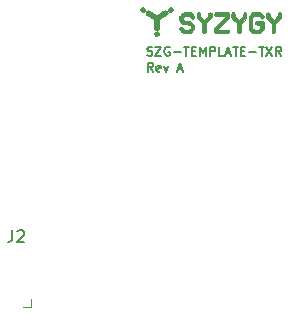
<source format=gbr>
%TF.GenerationSoftware,KiCad,Pcbnew,(5.1.9)-1*%
%TF.CreationDate,2021-04-06T13:05:03-07:00*%
%TF.ProjectId,SZG-TEMPLATE-TXR,535a472d-5445-44d5-904c-4154452d5458,A*%
%TF.SameCoordinates,Original*%
%TF.FileFunction,Legend,Top*%
%TF.FilePolarity,Positive*%
%FSLAX46Y46*%
G04 Gerber Fmt 4.6, Leading zero omitted, Abs format (unit mm)*
G04 Created by KiCad (PCBNEW (5.1.9)-1) date 2021-04-06 13:05:03*
%MOMM*%
%LPD*%
G01*
G04 APERTURE LIST*
%ADD10C,0.190500*%
%ADD11C,0.120000*%
%ADD12C,0.010000*%
%ADD13C,0.150000*%
G04 APERTURE END LIST*
D10*
X136551967Y-65017878D02*
X136660825Y-65054164D01*
X136842253Y-65054164D01*
X136914825Y-65017878D01*
X136951110Y-64981592D01*
X136987396Y-64909021D01*
X136987396Y-64836450D01*
X136951110Y-64763878D01*
X136914825Y-64727592D01*
X136842253Y-64691307D01*
X136697110Y-64655021D01*
X136624539Y-64618735D01*
X136588253Y-64582450D01*
X136551967Y-64509878D01*
X136551967Y-64437307D01*
X136588253Y-64364735D01*
X136624539Y-64328450D01*
X136697110Y-64292164D01*
X136878539Y-64292164D01*
X136987396Y-64328450D01*
X137241396Y-64292164D02*
X137749396Y-64292164D01*
X137241396Y-65054164D01*
X137749396Y-65054164D01*
X138438825Y-64328450D02*
X138366253Y-64292164D01*
X138257396Y-64292164D01*
X138148539Y-64328450D01*
X138075967Y-64401021D01*
X138039682Y-64473592D01*
X138003396Y-64618735D01*
X138003396Y-64727592D01*
X138039682Y-64872735D01*
X138075967Y-64945307D01*
X138148539Y-65017878D01*
X138257396Y-65054164D01*
X138329967Y-65054164D01*
X138438825Y-65017878D01*
X138475110Y-64981592D01*
X138475110Y-64727592D01*
X138329967Y-64727592D01*
X138801682Y-64763878D02*
X139382253Y-64763878D01*
X139636253Y-64292164D02*
X140071682Y-64292164D01*
X139853967Y-65054164D02*
X139853967Y-64292164D01*
X140325682Y-64655021D02*
X140579682Y-64655021D01*
X140688539Y-65054164D02*
X140325682Y-65054164D01*
X140325682Y-64292164D01*
X140688539Y-64292164D01*
X141015110Y-65054164D02*
X141015110Y-64292164D01*
X141269110Y-64836450D01*
X141523110Y-64292164D01*
X141523110Y-65054164D01*
X141885967Y-65054164D02*
X141885967Y-64292164D01*
X142176253Y-64292164D01*
X142248825Y-64328450D01*
X142285110Y-64364735D01*
X142321396Y-64437307D01*
X142321396Y-64546164D01*
X142285110Y-64618735D01*
X142248825Y-64655021D01*
X142176253Y-64691307D01*
X141885967Y-64691307D01*
X143010825Y-65054164D02*
X142647967Y-65054164D01*
X142647967Y-64292164D01*
X143228539Y-64836450D02*
X143591396Y-64836450D01*
X143155967Y-65054164D02*
X143409967Y-64292164D01*
X143663967Y-65054164D01*
X143809110Y-64292164D02*
X144244539Y-64292164D01*
X144026825Y-65054164D02*
X144026825Y-64292164D01*
X144498539Y-64655021D02*
X144752539Y-64655021D01*
X144861396Y-65054164D02*
X144498539Y-65054164D01*
X144498539Y-64292164D01*
X144861396Y-64292164D01*
X145187967Y-64763878D02*
X145768539Y-64763878D01*
X146022539Y-64292164D02*
X146457967Y-64292164D01*
X146240253Y-65054164D02*
X146240253Y-64292164D01*
X146639396Y-64292164D02*
X147147396Y-65054164D01*
X147147396Y-64292164D02*
X146639396Y-65054164D01*
X147873110Y-65054164D02*
X147619110Y-64691307D01*
X147437682Y-65054164D02*
X147437682Y-64292164D01*
X147727967Y-64292164D01*
X147800539Y-64328450D01*
X147836825Y-64364735D01*
X147873110Y-64437307D01*
X147873110Y-64546164D01*
X147836825Y-64618735D01*
X147800539Y-64655021D01*
X147727967Y-64691307D01*
X147437682Y-64691307D01*
X137023682Y-66387664D02*
X136769682Y-66024807D01*
X136588253Y-66387664D02*
X136588253Y-65625664D01*
X136878539Y-65625664D01*
X136951110Y-65661950D01*
X136987396Y-65698235D01*
X137023682Y-65770807D01*
X137023682Y-65879664D01*
X136987396Y-65952235D01*
X136951110Y-65988521D01*
X136878539Y-66024807D01*
X136588253Y-66024807D01*
X137640539Y-66351378D02*
X137567967Y-66387664D01*
X137422825Y-66387664D01*
X137350253Y-66351378D01*
X137313967Y-66278807D01*
X137313967Y-65988521D01*
X137350253Y-65915950D01*
X137422825Y-65879664D01*
X137567967Y-65879664D01*
X137640539Y-65915950D01*
X137676825Y-65988521D01*
X137676825Y-66061092D01*
X137313967Y-66133664D01*
X137930825Y-65879664D02*
X138112253Y-66387664D01*
X138293682Y-65879664D01*
X139128253Y-66169950D02*
X139491110Y-66169950D01*
X139055682Y-66387664D02*
X139309682Y-65625664D01*
X139563682Y-66387664D01*
D11*
%TO.C,J2*%
X126670000Y-86305000D02*
X126035000Y-86305000D01*
X126670000Y-85670000D02*
X126670000Y-86305000D01*
D12*
%TO.C,G\u002A\u002A\u002A*%
G36*
X138615665Y-60986671D02*
G01*
X138649857Y-61020317D01*
X138700432Y-61107181D01*
X138704999Y-61192039D01*
X138663594Y-61273666D01*
X138642140Y-61297413D01*
X138565822Y-61351641D01*
X138489925Y-61359840D01*
X138412268Y-61322041D01*
X138387947Y-61301409D01*
X138326643Y-61220996D01*
X138310914Y-61137904D01*
X138340870Y-61055317D01*
X138377967Y-61010149D01*
X138456503Y-60957794D01*
X138538029Y-60950054D01*
X138615665Y-60986671D01*
G37*
X138615665Y-60986671D02*
X138649857Y-61020317D01*
X138700432Y-61107181D01*
X138704999Y-61192039D01*
X138663594Y-61273666D01*
X138642140Y-61297413D01*
X138565822Y-61351641D01*
X138489925Y-61359840D01*
X138412268Y-61322041D01*
X138387947Y-61301409D01*
X138326643Y-61220996D01*
X138310914Y-61137904D01*
X138340870Y-61055317D01*
X138377967Y-61010149D01*
X138456503Y-60957794D01*
X138538029Y-60950054D01*
X138615665Y-60986671D01*
G36*
X136243672Y-60979340D02*
G01*
X136307979Y-61043724D01*
X136331739Y-61088944D01*
X136344378Y-61174419D01*
X136317235Y-61256084D01*
X136255650Y-61320301D01*
X136236804Y-61331362D01*
X136167449Y-61359476D01*
X136111867Y-61358228D01*
X136065728Y-61338108D01*
X135985288Y-61273839D01*
X135946418Y-61196398D01*
X135950396Y-61112534D01*
X135998497Y-61028995D01*
X136005719Y-61020987D01*
X136083011Y-60965985D01*
X136165505Y-60952764D01*
X136243672Y-60979340D01*
G37*
X136243672Y-60979340D02*
X136307979Y-61043724D01*
X136331739Y-61088944D01*
X136344378Y-61174419D01*
X136317235Y-61256084D01*
X136255650Y-61320301D01*
X136236804Y-61331362D01*
X136167449Y-61359476D01*
X136111867Y-61358228D01*
X136065728Y-61338108D01*
X135985288Y-61273839D01*
X135946418Y-61196398D01*
X135950396Y-61112534D01*
X135998497Y-61028995D01*
X136005719Y-61020987D01*
X136083011Y-60965985D01*
X136165505Y-60952764D01*
X136243672Y-60979340D01*
G36*
X136633492Y-61213003D02*
G01*
X136670035Y-61222917D01*
X136719393Y-61244197D01*
X136787848Y-61279657D01*
X136881683Y-61332109D01*
X137007178Y-61404368D01*
X137050962Y-61429761D01*
X137148696Y-61484874D01*
X137234230Y-61530126D01*
X137298524Y-61560934D01*
X137332537Y-61572716D01*
X137333014Y-61572727D01*
X137366510Y-61561237D01*
X137429310Y-61530151D01*
X137511680Y-61484549D01*
X137583143Y-61442235D01*
X137739850Y-61349193D01*
X137864494Y-61281743D01*
X137962595Y-61238639D01*
X138039672Y-61218634D01*
X138101246Y-61220482D01*
X138152834Y-61242935D01*
X138199958Y-61284748D01*
X138213250Y-61299928D01*
X138255819Y-61364061D01*
X138269021Y-61424830D01*
X138250344Y-61485930D01*
X138197277Y-61551057D01*
X138107309Y-61623906D01*
X137977929Y-61708172D01*
X137907290Y-61750156D01*
X137803529Y-61810325D01*
X137710825Y-61863621D01*
X137638188Y-61904894D01*
X137594631Y-61928995D01*
X137590275Y-61931265D01*
X137573494Y-61942627D01*
X137560919Y-61961656D01*
X137551650Y-61994986D01*
X137544784Y-62049246D01*
X137539421Y-62131068D01*
X137534660Y-62247085D01*
X137530646Y-62369992D01*
X137526283Y-62503164D01*
X137522053Y-62619295D01*
X137518260Y-62710953D01*
X137515211Y-62770707D01*
X137513328Y-62791112D01*
X137486699Y-62811605D01*
X137437418Y-62840917D01*
X137383673Y-62869132D01*
X137343657Y-62886335D01*
X137335728Y-62887919D01*
X137300272Y-62878780D01*
X137244927Y-62857623D01*
X137239409Y-62855248D01*
X137181368Y-62819869D01*
X137142066Y-62778286D01*
X137141273Y-62776852D01*
X137131762Y-62735462D01*
X137124220Y-62654311D01*
X137119018Y-62539792D01*
X137116528Y-62398298D01*
X137116364Y-62348080D01*
X137116364Y-61965852D01*
X137029773Y-61911505D01*
X136954221Y-61865664D01*
X136868014Y-61815520D01*
X136839273Y-61799328D01*
X136694956Y-61718392D01*
X136586266Y-61655000D01*
X136508173Y-61604792D01*
X136455649Y-61563405D01*
X136423664Y-61526478D01*
X136407192Y-61489649D01*
X136401201Y-61448555D01*
X136400546Y-61418786D01*
X136421718Y-61334706D01*
X136477558Y-61264045D01*
X136556552Y-61220283D01*
X136573728Y-61216021D01*
X136603484Y-61211643D01*
X136633492Y-61213003D01*
G37*
X136633492Y-61213003D02*
X136670035Y-61222917D01*
X136719393Y-61244197D01*
X136787848Y-61279657D01*
X136881683Y-61332109D01*
X137007178Y-61404368D01*
X137050962Y-61429761D01*
X137148696Y-61484874D01*
X137234230Y-61530126D01*
X137298524Y-61560934D01*
X137332537Y-61572716D01*
X137333014Y-61572727D01*
X137366510Y-61561237D01*
X137429310Y-61530151D01*
X137511680Y-61484549D01*
X137583143Y-61442235D01*
X137739850Y-61349193D01*
X137864494Y-61281743D01*
X137962595Y-61238639D01*
X138039672Y-61218634D01*
X138101246Y-61220482D01*
X138152834Y-61242935D01*
X138199958Y-61284748D01*
X138213250Y-61299928D01*
X138255819Y-61364061D01*
X138269021Y-61424830D01*
X138250344Y-61485930D01*
X138197277Y-61551057D01*
X138107309Y-61623906D01*
X137977929Y-61708172D01*
X137907290Y-61750156D01*
X137803529Y-61810325D01*
X137710825Y-61863621D01*
X137638188Y-61904894D01*
X137594631Y-61928995D01*
X137590275Y-61931265D01*
X137573494Y-61942627D01*
X137560919Y-61961656D01*
X137551650Y-61994986D01*
X137544784Y-62049246D01*
X137539421Y-62131068D01*
X137534660Y-62247085D01*
X137530646Y-62369992D01*
X137526283Y-62503164D01*
X137522053Y-62619295D01*
X137518260Y-62710953D01*
X137515211Y-62770707D01*
X137513328Y-62791112D01*
X137486699Y-62811605D01*
X137437418Y-62840917D01*
X137383673Y-62869132D01*
X137343657Y-62886335D01*
X137335728Y-62887919D01*
X137300272Y-62878780D01*
X137244927Y-62857623D01*
X137239409Y-62855248D01*
X137181368Y-62819869D01*
X137142066Y-62778286D01*
X137141273Y-62776852D01*
X137131762Y-62735462D01*
X137124220Y-62654311D01*
X137119018Y-62539792D01*
X137116528Y-62398298D01*
X137116364Y-62348080D01*
X137116364Y-61965852D01*
X137029773Y-61911505D01*
X136954221Y-61865664D01*
X136868014Y-61815520D01*
X136839273Y-61799328D01*
X136694956Y-61718392D01*
X136586266Y-61655000D01*
X136508173Y-61604792D01*
X136455649Y-61563405D01*
X136423664Y-61526478D01*
X136407192Y-61489649D01*
X136401201Y-61448555D01*
X136400546Y-61418786D01*
X136421718Y-61334706D01*
X136477558Y-61264045D01*
X136556552Y-61220283D01*
X136573728Y-61216021D01*
X136603484Y-61211643D01*
X136633492Y-61213003D01*
G36*
X146805766Y-61384187D02*
G01*
X146859727Y-61434375D01*
X146895254Y-61515085D01*
X146906569Y-61607941D01*
X146909601Y-61653315D01*
X146922381Y-61693100D01*
X146951003Y-61736698D01*
X147001557Y-61793514D01*
X147074879Y-61867732D01*
X147242849Y-62034580D01*
X147409697Y-61866611D01*
X147485155Y-61789523D01*
X147533583Y-61734771D01*
X147560959Y-61692387D01*
X147573260Y-61652407D01*
X147576465Y-61604865D01*
X147576546Y-61588453D01*
X147583230Y-61507420D01*
X147607845Y-61451079D01*
X147633223Y-61421587D01*
X147690798Y-61376192D01*
X147742597Y-61370302D01*
X147803387Y-61403203D01*
X147815886Y-61412767D01*
X147846270Y-61440090D01*
X147864412Y-61471020D01*
X147873439Y-61517596D01*
X147876477Y-61591858D01*
X147876728Y-61647127D01*
X147876728Y-61833629D01*
X147391818Y-62325711D01*
X147391818Y-62671445D01*
X147390709Y-62816442D01*
X147386995Y-62922058D01*
X147380094Y-62995046D01*
X147369424Y-63042164D01*
X147357888Y-63065621D01*
X147299058Y-63116871D01*
X147228231Y-63129165D01*
X147207091Y-63124592D01*
X147165336Y-63108688D01*
X147135042Y-63086333D01*
X147114387Y-63050577D01*
X147101546Y-62994468D01*
X147094696Y-62911056D01*
X147092013Y-62793388D01*
X147091637Y-62684549D01*
X147091637Y-62325711D01*
X146849182Y-62079670D01*
X146606728Y-61833629D01*
X146606728Y-61634438D01*
X146607601Y-61537357D01*
X146612052Y-61475463D01*
X146622826Y-61437765D01*
X146642670Y-61413275D01*
X146666244Y-61396250D01*
X146739298Y-61369739D01*
X146805766Y-61384187D01*
G37*
X146805766Y-61384187D02*
X146859727Y-61434375D01*
X146895254Y-61515085D01*
X146906569Y-61607941D01*
X146909601Y-61653315D01*
X146922381Y-61693100D01*
X146951003Y-61736698D01*
X147001557Y-61793514D01*
X147074879Y-61867732D01*
X147242849Y-62034580D01*
X147409697Y-61866611D01*
X147485155Y-61789523D01*
X147533583Y-61734771D01*
X147560959Y-61692387D01*
X147573260Y-61652407D01*
X147576465Y-61604865D01*
X147576546Y-61588453D01*
X147583230Y-61507420D01*
X147607845Y-61451079D01*
X147633223Y-61421587D01*
X147690798Y-61376192D01*
X147742597Y-61370302D01*
X147803387Y-61403203D01*
X147815886Y-61412767D01*
X147846270Y-61440090D01*
X147864412Y-61471020D01*
X147873439Y-61517596D01*
X147876477Y-61591858D01*
X147876728Y-61647127D01*
X147876728Y-61833629D01*
X147391818Y-62325711D01*
X147391818Y-62671445D01*
X147390709Y-62816442D01*
X147386995Y-62922058D01*
X147380094Y-62995046D01*
X147369424Y-63042164D01*
X147357888Y-63065621D01*
X147299058Y-63116871D01*
X147228231Y-63129165D01*
X147207091Y-63124592D01*
X147165336Y-63108688D01*
X147135042Y-63086333D01*
X147114387Y-63050577D01*
X147101546Y-62994468D01*
X147094696Y-62911056D01*
X147092013Y-62793388D01*
X147091637Y-62684549D01*
X147091637Y-62325711D01*
X146849182Y-62079670D01*
X146606728Y-61833629D01*
X146606728Y-61634438D01*
X146607601Y-61537357D01*
X146612052Y-61475463D01*
X146622826Y-61437765D01*
X146642670Y-61413275D01*
X146666244Y-61396250D01*
X146739298Y-61369739D01*
X146805766Y-61384187D01*
G36*
X146236649Y-61537472D02*
G01*
X146314988Y-61617970D01*
X146364192Y-61676821D01*
X146390151Y-61722482D01*
X146398750Y-61763411D01*
X146398909Y-61770575D01*
X146385271Y-61836470D01*
X146356682Y-61880876D01*
X146298073Y-61915366D01*
X146234884Y-61912619D01*
X146161729Y-61871092D01*
X146087182Y-61803636D01*
X145973464Y-61688182D01*
X145775080Y-61688182D01*
X145678313Y-61688973D01*
X145615097Y-61693701D01*
X145572802Y-61705900D01*
X145538798Y-61729103D01*
X145502894Y-61764327D01*
X145429091Y-61840471D01*
X145429091Y-62671718D01*
X145516656Y-62757223D01*
X145563455Y-62800730D01*
X145602868Y-62826226D01*
X145649675Y-62838520D01*
X145718654Y-62842418D01*
X145779514Y-62842727D01*
X145954808Y-62842727D01*
X146039473Y-62749013D01*
X146089130Y-62689522D01*
X146113112Y-62641048D01*
X146119049Y-62582619D01*
X146117206Y-62535422D01*
X146110273Y-62415545D01*
X145911030Y-62408915D01*
X145789282Y-62399921D01*
X145706837Y-62380109D01*
X145657385Y-62345904D01*
X145634618Y-62293729D01*
X145631137Y-62250297D01*
X145638381Y-62195542D01*
X145663991Y-62155843D01*
X145713782Y-62129018D01*
X145793569Y-62112886D01*
X145909167Y-62105263D01*
X146021517Y-62103818D01*
X146141845Y-62104300D01*
X146225149Y-62106752D01*
X146280585Y-62112684D01*
X146317308Y-62123604D01*
X146344474Y-62141023D01*
X146365323Y-62160496D01*
X146389710Y-62187601D01*
X146405878Y-62217213D01*
X146415507Y-62258952D01*
X146420278Y-62322436D01*
X146421870Y-62417286D01*
X146422000Y-62484915D01*
X146419303Y-62628926D01*
X146410893Y-62731851D01*
X146396294Y-62798490D01*
X146389175Y-62815010D01*
X146350287Y-62869990D01*
X146287581Y-62940278D01*
X146213944Y-63013158D01*
X146142266Y-63075915D01*
X146085435Y-63115834D01*
X146082927Y-63117149D01*
X146038460Y-63127656D01*
X145960036Y-63135188D01*
X145859786Y-63139679D01*
X145749842Y-63141064D01*
X145642338Y-63139278D01*
X145549404Y-63134258D01*
X145483174Y-63125936D01*
X145463728Y-63120460D01*
X145426720Y-63095431D01*
X145368819Y-63045984D01*
X145300698Y-62981415D01*
X145279000Y-62959604D01*
X145140455Y-62818270D01*
X145133426Y-62295676D01*
X145131948Y-62088855D01*
X145133639Y-61925532D01*
X145138475Y-61806437D01*
X145146435Y-61732301D01*
X145151947Y-61711401D01*
X145180172Y-61666396D01*
X145232230Y-61602101D01*
X145298113Y-61530647D01*
X145315570Y-61513087D01*
X145453643Y-61376455D01*
X146074388Y-61376455D01*
X146236649Y-61537472D01*
G37*
X146236649Y-61537472D02*
X146314988Y-61617970D01*
X146364192Y-61676821D01*
X146390151Y-61722482D01*
X146398750Y-61763411D01*
X146398909Y-61770575D01*
X146385271Y-61836470D01*
X146356682Y-61880876D01*
X146298073Y-61915366D01*
X146234884Y-61912619D01*
X146161729Y-61871092D01*
X146087182Y-61803636D01*
X145973464Y-61688182D01*
X145775080Y-61688182D01*
X145678313Y-61688973D01*
X145615097Y-61693701D01*
X145572802Y-61705900D01*
X145538798Y-61729103D01*
X145502894Y-61764327D01*
X145429091Y-61840471D01*
X145429091Y-62671718D01*
X145516656Y-62757223D01*
X145563455Y-62800730D01*
X145602868Y-62826226D01*
X145649675Y-62838520D01*
X145718654Y-62842418D01*
X145779514Y-62842727D01*
X145954808Y-62842727D01*
X146039473Y-62749013D01*
X146089130Y-62689522D01*
X146113112Y-62641048D01*
X146119049Y-62582619D01*
X146117206Y-62535422D01*
X146110273Y-62415545D01*
X145911030Y-62408915D01*
X145789282Y-62399921D01*
X145706837Y-62380109D01*
X145657385Y-62345904D01*
X145634618Y-62293729D01*
X145631137Y-62250297D01*
X145638381Y-62195542D01*
X145663991Y-62155843D01*
X145713782Y-62129018D01*
X145793569Y-62112886D01*
X145909167Y-62105263D01*
X146021517Y-62103818D01*
X146141845Y-62104300D01*
X146225149Y-62106752D01*
X146280585Y-62112684D01*
X146317308Y-62123604D01*
X146344474Y-62141023D01*
X146365323Y-62160496D01*
X146389710Y-62187601D01*
X146405878Y-62217213D01*
X146415507Y-62258952D01*
X146420278Y-62322436D01*
X146421870Y-62417286D01*
X146422000Y-62484915D01*
X146419303Y-62628926D01*
X146410893Y-62731851D01*
X146396294Y-62798490D01*
X146389175Y-62815010D01*
X146350287Y-62869990D01*
X146287581Y-62940278D01*
X146213944Y-63013158D01*
X146142266Y-63075915D01*
X146085435Y-63115834D01*
X146082927Y-63117149D01*
X146038460Y-63127656D01*
X145960036Y-63135188D01*
X145859786Y-63139679D01*
X145749842Y-63141064D01*
X145642338Y-63139278D01*
X145549404Y-63134258D01*
X145483174Y-63125936D01*
X145463728Y-63120460D01*
X145426720Y-63095431D01*
X145368819Y-63045984D01*
X145300698Y-62981415D01*
X145279000Y-62959604D01*
X145140455Y-62818270D01*
X145133426Y-62295676D01*
X145131948Y-62088855D01*
X145133639Y-61925532D01*
X145138475Y-61806437D01*
X145146435Y-61732301D01*
X145151947Y-61711401D01*
X145180172Y-61666396D01*
X145232230Y-61602101D01*
X145298113Y-61530647D01*
X145315570Y-61513087D01*
X145453643Y-61376455D01*
X146074388Y-61376455D01*
X146236649Y-61537472D01*
G36*
X143873347Y-61389100D02*
G01*
X143931037Y-61435267D01*
X143964748Y-61520426D01*
X143974364Y-61628169D01*
X143976732Y-61676003D01*
X143988013Y-61715761D01*
X144014476Y-61757264D01*
X144062390Y-61810332D01*
X144138021Y-61884784D01*
X144138371Y-61885123D01*
X144302379Y-62043459D01*
X144473190Y-61868732D01*
X144549538Y-61789500D01*
X144598936Y-61733109D01*
X144627227Y-61689888D01*
X144640259Y-61650166D01*
X144643876Y-61604270D01*
X144644000Y-61586135D01*
X144658514Y-61489061D01*
X144697150Y-61419596D01*
X144752555Y-61381914D01*
X144817373Y-61380187D01*
X144884248Y-61418590D01*
X144903773Y-61438746D01*
X144926594Y-61478499D01*
X144939331Y-61539172D01*
X144944025Y-61631920D01*
X144944182Y-61659554D01*
X144944182Y-61833629D01*
X144701728Y-62079670D01*
X144459273Y-62325711D01*
X144459273Y-62677632D01*
X144458987Y-62812403D01*
X144457393Y-62908966D01*
X144453383Y-62975294D01*
X144445853Y-63019361D01*
X144433696Y-63049139D01*
X144415806Y-63072602D01*
X144402595Y-63086231D01*
X144332475Y-63134435D01*
X144264450Y-63136558D01*
X144222271Y-63114045D01*
X144189610Y-63079383D01*
X144165868Y-63027975D01*
X144149868Y-62953230D01*
X144140431Y-62848557D01*
X144136380Y-62707365D01*
X144136000Y-62631315D01*
X144136000Y-62307455D01*
X143936129Y-62107500D01*
X143830501Y-61999751D01*
X143754389Y-61915443D01*
X143703103Y-61846992D01*
X143671951Y-61786812D01*
X143656243Y-61727316D01*
X143651290Y-61660919D01*
X143651177Y-61646626D01*
X143663342Y-61526095D01*
X143698291Y-61438984D01*
X143753421Y-61388313D01*
X143826129Y-61377099D01*
X143873347Y-61389100D01*
G37*
X143873347Y-61389100D02*
X143931037Y-61435267D01*
X143964748Y-61520426D01*
X143974364Y-61628169D01*
X143976732Y-61676003D01*
X143988013Y-61715761D01*
X144014476Y-61757264D01*
X144062390Y-61810332D01*
X144138021Y-61884784D01*
X144138371Y-61885123D01*
X144302379Y-62043459D01*
X144473190Y-61868732D01*
X144549538Y-61789500D01*
X144598936Y-61733109D01*
X144627227Y-61689888D01*
X144640259Y-61650166D01*
X144643876Y-61604270D01*
X144644000Y-61586135D01*
X144658514Y-61489061D01*
X144697150Y-61419596D01*
X144752555Y-61381914D01*
X144817373Y-61380187D01*
X144884248Y-61418590D01*
X144903773Y-61438746D01*
X144926594Y-61478499D01*
X144939331Y-61539172D01*
X144944025Y-61631920D01*
X144944182Y-61659554D01*
X144944182Y-61833629D01*
X144701728Y-62079670D01*
X144459273Y-62325711D01*
X144459273Y-62677632D01*
X144458987Y-62812403D01*
X144457393Y-62908966D01*
X144453383Y-62975294D01*
X144445853Y-63019361D01*
X144433696Y-63049139D01*
X144415806Y-63072602D01*
X144402595Y-63086231D01*
X144332475Y-63134435D01*
X144264450Y-63136558D01*
X144222271Y-63114045D01*
X144189610Y-63079383D01*
X144165868Y-63027975D01*
X144149868Y-62953230D01*
X144140431Y-62848557D01*
X144136380Y-62707365D01*
X144136000Y-62631315D01*
X144136000Y-62307455D01*
X143936129Y-62107500D01*
X143830501Y-61999751D01*
X143754389Y-61915443D01*
X143703103Y-61846992D01*
X143671951Y-61786812D01*
X143656243Y-61727316D01*
X143651290Y-61660919D01*
X143651177Y-61646626D01*
X143663342Y-61526095D01*
X143698291Y-61438984D01*
X143753421Y-61388313D01*
X143826129Y-61377099D01*
X143873347Y-61389100D01*
G36*
X142972718Y-61365898D02*
G01*
X143111265Y-61368664D01*
X143229391Y-61372904D01*
X143319419Y-61378318D01*
X143373672Y-61384602D01*
X143382879Y-61386986D01*
X143431873Y-61428703D01*
X143466826Y-61505524D01*
X143484794Y-61607724D01*
X143483466Y-61719293D01*
X143479680Y-61751963D01*
X143472807Y-61781646D01*
X143459319Y-61812590D01*
X143435689Y-61849043D01*
X143398389Y-61895255D01*
X143343891Y-61955473D01*
X143268666Y-62033946D01*
X143169188Y-62134921D01*
X143041929Y-62262647D01*
X142984612Y-62320022D01*
X142861931Y-62443354D01*
X142750551Y-62556385D01*
X142654491Y-62654949D01*
X142577772Y-62734885D01*
X142524411Y-62792029D01*
X142498429Y-62822216D01*
X142496546Y-62825606D01*
X142518464Y-62830892D01*
X142579535Y-62835516D01*
X142672729Y-62839207D01*
X142791018Y-62841697D01*
X142927374Y-62842716D01*
X142943240Y-62842727D01*
X143099081Y-62843087D01*
X143215292Y-62844547D01*
X143298421Y-62847678D01*
X143355017Y-62853049D01*
X143391627Y-62861231D01*
X143414801Y-62872795D01*
X143428149Y-62884955D01*
X143461607Y-62952943D01*
X143458649Y-63029805D01*
X143420182Y-63096727D01*
X143403100Y-63111405D01*
X143381015Y-63122600D01*
X143347948Y-63130782D01*
X143297915Y-63136419D01*
X143224936Y-63139981D01*
X143123027Y-63141937D01*
X142986209Y-63142756D01*
X142831364Y-63142909D01*
X142658695Y-63142704D01*
X142526225Y-63141778D01*
X142427974Y-63139660D01*
X142357958Y-63135881D01*
X142310196Y-63129973D01*
X142278706Y-63121467D01*
X142257508Y-63109892D01*
X142242546Y-63096727D01*
X142218809Y-63065521D01*
X142204728Y-63022767D01*
X142198012Y-62956777D01*
X142196364Y-62861273D01*
X142196364Y-62672000D01*
X142684906Y-62181527D01*
X143173447Y-61691054D01*
X142733450Y-61683845D01*
X142578359Y-61680903D01*
X142462683Y-61677405D01*
X142379655Y-61672643D01*
X142322509Y-61665907D01*
X142284477Y-61656488D01*
X142258793Y-61643677D01*
X142244908Y-61632648D01*
X142202852Y-61567790D01*
X142201366Y-61495371D01*
X142239716Y-61428491D01*
X142257205Y-61412767D01*
X142279688Y-61397031D01*
X142306023Y-61385175D01*
X142342648Y-61376652D01*
X142396001Y-61370916D01*
X142472519Y-61367422D01*
X142578638Y-61365624D01*
X142720798Y-61364974D01*
X142821429Y-61364909D01*
X142972718Y-61365898D01*
G37*
X142972718Y-61365898D02*
X143111265Y-61368664D01*
X143229391Y-61372904D01*
X143319419Y-61378318D01*
X143373672Y-61384602D01*
X143382879Y-61386986D01*
X143431873Y-61428703D01*
X143466826Y-61505524D01*
X143484794Y-61607724D01*
X143483466Y-61719293D01*
X143479680Y-61751963D01*
X143472807Y-61781646D01*
X143459319Y-61812590D01*
X143435689Y-61849043D01*
X143398389Y-61895255D01*
X143343891Y-61955473D01*
X143268666Y-62033946D01*
X143169188Y-62134921D01*
X143041929Y-62262647D01*
X142984612Y-62320022D01*
X142861931Y-62443354D01*
X142750551Y-62556385D01*
X142654491Y-62654949D01*
X142577772Y-62734885D01*
X142524411Y-62792029D01*
X142498429Y-62822216D01*
X142496546Y-62825606D01*
X142518464Y-62830892D01*
X142579535Y-62835516D01*
X142672729Y-62839207D01*
X142791018Y-62841697D01*
X142927374Y-62842716D01*
X142943240Y-62842727D01*
X143099081Y-62843087D01*
X143215292Y-62844547D01*
X143298421Y-62847678D01*
X143355017Y-62853049D01*
X143391627Y-62861231D01*
X143414801Y-62872795D01*
X143428149Y-62884955D01*
X143461607Y-62952943D01*
X143458649Y-63029805D01*
X143420182Y-63096727D01*
X143403100Y-63111405D01*
X143381015Y-63122600D01*
X143347948Y-63130782D01*
X143297915Y-63136419D01*
X143224936Y-63139981D01*
X143123027Y-63141937D01*
X142986209Y-63142756D01*
X142831364Y-63142909D01*
X142658695Y-63142704D01*
X142526225Y-63141778D01*
X142427974Y-63139660D01*
X142357958Y-63135881D01*
X142310196Y-63129973D01*
X142278706Y-63121467D01*
X142257508Y-63109892D01*
X142242546Y-63096727D01*
X142218809Y-63065521D01*
X142204728Y-63022767D01*
X142198012Y-62956777D01*
X142196364Y-62861273D01*
X142196364Y-62672000D01*
X142684906Y-62181527D01*
X143173447Y-61691054D01*
X142733450Y-61683845D01*
X142578359Y-61680903D01*
X142462683Y-61677405D01*
X142379655Y-61672643D01*
X142322509Y-61665907D01*
X142284477Y-61656488D01*
X142258793Y-61643677D01*
X142244908Y-61632648D01*
X142202852Y-61567790D01*
X142201366Y-61495371D01*
X142239716Y-61428491D01*
X142257205Y-61412767D01*
X142279688Y-61397031D01*
X142306023Y-61385175D01*
X142342648Y-61376652D01*
X142396001Y-61370916D01*
X142472519Y-61367422D01*
X142578638Y-61365624D01*
X142720798Y-61364974D01*
X142821429Y-61364909D01*
X142972718Y-61365898D01*
G36*
X141894454Y-61377231D02*
G01*
X141954959Y-61421587D01*
X141985236Y-61457608D01*
X142002405Y-61498951D01*
X142010018Y-61559581D01*
X142011637Y-61644401D01*
X142011637Y-61810538D01*
X141769182Y-62056579D01*
X141526728Y-62302620D01*
X141526728Y-62643093D01*
X141524675Y-62804422D01*
X141517541Y-62925625D01*
X141503858Y-63012615D01*
X141482159Y-63071306D01*
X141450977Y-63107612D01*
X141408846Y-63127448D01*
X141406425Y-63128113D01*
X141350543Y-63140086D01*
X141313710Y-63132687D01*
X141273520Y-63099499D01*
X141260132Y-63086231D01*
X141238715Y-63063112D01*
X141223510Y-63038286D01*
X141213454Y-63003914D01*
X141207484Y-62952157D01*
X141204537Y-62875178D01*
X141203550Y-62765136D01*
X141203455Y-62668420D01*
X141203455Y-62307286D01*
X140987676Y-62095870D01*
X140904124Y-62012195D01*
X140831252Y-61935844D01*
X140776350Y-61874694D01*
X140746712Y-61836619D01*
X140745222Y-61834018D01*
X140731282Y-61785006D01*
X140721628Y-61707763D01*
X140718546Y-61630923D01*
X140721015Y-61543400D01*
X140731135Y-61486883D01*
X140752979Y-61446334D01*
X140775223Y-61421587D01*
X140832798Y-61376192D01*
X140884597Y-61370302D01*
X140945387Y-61403203D01*
X140957886Y-61412767D01*
X140995682Y-61450292D01*
X141013757Y-61496321D01*
X141018701Y-61568679D01*
X141018728Y-61577315D01*
X141020098Y-61630670D01*
X141028075Y-61672501D01*
X141048456Y-61712700D01*
X141087038Y-61761157D01*
X141149621Y-61827766D01*
X141189538Y-61868732D01*
X141360349Y-62043459D01*
X141521667Y-61887719D01*
X141595930Y-61815080D01*
X141643443Y-61763031D01*
X141670784Y-61720195D01*
X141684534Y-61675195D01*
X141691273Y-61616655D01*
X141693169Y-61591191D01*
X141703419Y-61503543D01*
X141721699Y-61447953D01*
X141752816Y-61410413D01*
X141756144Y-61407656D01*
X141827096Y-61369865D01*
X141894454Y-61377231D01*
G37*
X141894454Y-61377231D02*
X141954959Y-61421587D01*
X141985236Y-61457608D01*
X142002405Y-61498951D01*
X142010018Y-61559581D01*
X142011637Y-61644401D01*
X142011637Y-61810538D01*
X141769182Y-62056579D01*
X141526728Y-62302620D01*
X141526728Y-62643093D01*
X141524675Y-62804422D01*
X141517541Y-62925625D01*
X141503858Y-63012615D01*
X141482159Y-63071306D01*
X141450977Y-63107612D01*
X141408846Y-63127448D01*
X141406425Y-63128113D01*
X141350543Y-63140086D01*
X141313710Y-63132687D01*
X141273520Y-63099499D01*
X141260132Y-63086231D01*
X141238715Y-63063112D01*
X141223510Y-63038286D01*
X141213454Y-63003914D01*
X141207484Y-62952157D01*
X141204537Y-62875178D01*
X141203550Y-62765136D01*
X141203455Y-62668420D01*
X141203455Y-62307286D01*
X140987676Y-62095870D01*
X140904124Y-62012195D01*
X140831252Y-61935844D01*
X140776350Y-61874694D01*
X140746712Y-61836619D01*
X140745222Y-61834018D01*
X140731282Y-61785006D01*
X140721628Y-61707763D01*
X140718546Y-61630923D01*
X140721015Y-61543400D01*
X140731135Y-61486883D01*
X140752979Y-61446334D01*
X140775223Y-61421587D01*
X140832798Y-61376192D01*
X140884597Y-61370302D01*
X140945387Y-61403203D01*
X140957886Y-61412767D01*
X140995682Y-61450292D01*
X141013757Y-61496321D01*
X141018701Y-61568679D01*
X141018728Y-61577315D01*
X141020098Y-61630670D01*
X141028075Y-61672501D01*
X141048456Y-61712700D01*
X141087038Y-61761157D01*
X141149621Y-61827766D01*
X141189538Y-61868732D01*
X141360349Y-62043459D01*
X141521667Y-61887719D01*
X141595930Y-61815080D01*
X141643443Y-61763031D01*
X141670784Y-61720195D01*
X141684534Y-61675195D01*
X141691273Y-61616655D01*
X141693169Y-61591191D01*
X141703419Y-61503543D01*
X141721699Y-61447953D01*
X141752816Y-61410413D01*
X141756144Y-61407656D01*
X141827096Y-61369865D01*
X141894454Y-61377231D01*
G36*
X139912174Y-61366870D02*
G01*
X139967120Y-61368518D01*
X140212930Y-61376455D01*
X140376223Y-61544053D01*
X140450500Y-61621648D01*
X140497134Y-61675763D01*
X140521514Y-61715193D01*
X140529030Y-61748732D01*
X140525070Y-61785174D01*
X140524810Y-61786507D01*
X140493734Y-61869412D01*
X140442574Y-61911818D01*
X140373667Y-61913604D01*
X140289351Y-61874643D01*
X140201160Y-61803636D01*
X140079083Y-61688182D01*
X139886305Y-61688182D01*
X139789468Y-61689402D01*
X139726031Y-61695113D01*
X139683234Y-61708389D01*
X139648319Y-61732303D01*
X139628764Y-61750229D01*
X139574059Y-61826638D01*
X139565267Y-61906095D01*
X139602329Y-61987213D01*
X139640145Y-62030016D01*
X139675727Y-62063032D01*
X139707814Y-62084358D01*
X139747340Y-62096547D01*
X139805241Y-62102155D01*
X139892451Y-62103738D01*
X139955969Y-62103818D01*
X140195648Y-62103818D01*
X140538852Y-62447022D01*
X140530393Y-62633284D01*
X140521935Y-62819547D01*
X140366092Y-62975455D01*
X140210249Y-63131364D01*
X139915988Y-63138044D01*
X139790104Y-63140058D01*
X139700940Y-63138770D01*
X139639093Y-63133224D01*
X139595161Y-63122465D01*
X139559743Y-63105534D01*
X139552455Y-63101073D01*
X139500403Y-63061126D01*
X139433473Y-63000320D01*
X139373500Y-62939518D01*
X139297302Y-62840815D01*
X139262023Y-62753771D01*
X139268102Y-62680744D01*
X139315138Y-62624673D01*
X139365546Y-62597463D01*
X139413618Y-62594420D01*
X139468529Y-62618616D01*
X139539459Y-62673123D01*
X139587091Y-62715727D01*
X139725235Y-62842727D01*
X139896974Y-62842727D01*
X139987052Y-62841376D01*
X140045951Y-62834266D01*
X140088659Y-62816810D01*
X140130164Y-62784425D01*
X140151174Y-62764955D01*
X140214909Y-62688498D01*
X140233810Y-62617895D01*
X140207797Y-62547625D01*
X140147046Y-62481105D01*
X140106763Y-62446560D01*
X140071777Y-62424275D01*
X140030751Y-62411563D01*
X139972352Y-62405735D01*
X139885245Y-62404102D01*
X139822059Y-62404018D01*
X139583663Y-62404000D01*
X139443680Y-62271227D01*
X139347423Y-62171400D01*
X139285433Y-62083324D01*
X139251852Y-61995895D01*
X139240817Y-61898007D01*
X139240728Y-61886699D01*
X139246902Y-61794682D01*
X139269627Y-61717731D01*
X139315207Y-61643544D01*
X139389946Y-61559818D01*
X139426972Y-61523263D01*
X139495449Y-61459973D01*
X139555251Y-61415477D01*
X139616600Y-61386849D01*
X139689721Y-61371157D01*
X139784837Y-61365474D01*
X139912174Y-61366870D01*
G37*
X139912174Y-61366870D02*
X139967120Y-61368518D01*
X140212930Y-61376455D01*
X140376223Y-61544053D01*
X140450500Y-61621648D01*
X140497134Y-61675763D01*
X140521514Y-61715193D01*
X140529030Y-61748732D01*
X140525070Y-61785174D01*
X140524810Y-61786507D01*
X140493734Y-61869412D01*
X140442574Y-61911818D01*
X140373667Y-61913604D01*
X140289351Y-61874643D01*
X140201160Y-61803636D01*
X140079083Y-61688182D01*
X139886305Y-61688182D01*
X139789468Y-61689402D01*
X139726031Y-61695113D01*
X139683234Y-61708389D01*
X139648319Y-61732303D01*
X139628764Y-61750229D01*
X139574059Y-61826638D01*
X139565267Y-61906095D01*
X139602329Y-61987213D01*
X139640145Y-62030016D01*
X139675727Y-62063032D01*
X139707814Y-62084358D01*
X139747340Y-62096547D01*
X139805241Y-62102155D01*
X139892451Y-62103738D01*
X139955969Y-62103818D01*
X140195648Y-62103818D01*
X140538852Y-62447022D01*
X140530393Y-62633284D01*
X140521935Y-62819547D01*
X140366092Y-62975455D01*
X140210249Y-63131364D01*
X139915988Y-63138044D01*
X139790104Y-63140058D01*
X139700940Y-63138770D01*
X139639093Y-63133224D01*
X139595161Y-63122465D01*
X139559743Y-63105534D01*
X139552455Y-63101073D01*
X139500403Y-63061126D01*
X139433473Y-63000320D01*
X139373500Y-62939518D01*
X139297302Y-62840815D01*
X139262023Y-62753771D01*
X139268102Y-62680744D01*
X139315138Y-62624673D01*
X139365546Y-62597463D01*
X139413618Y-62594420D01*
X139468529Y-62618616D01*
X139539459Y-62673123D01*
X139587091Y-62715727D01*
X139725235Y-62842727D01*
X139896974Y-62842727D01*
X139987052Y-62841376D01*
X140045951Y-62834266D01*
X140088659Y-62816810D01*
X140130164Y-62784425D01*
X140151174Y-62764955D01*
X140214909Y-62688498D01*
X140233810Y-62617895D01*
X140207797Y-62547625D01*
X140147046Y-62481105D01*
X140106763Y-62446560D01*
X140071777Y-62424275D01*
X140030751Y-62411563D01*
X139972352Y-62405735D01*
X139885245Y-62404102D01*
X139822059Y-62404018D01*
X139583663Y-62404000D01*
X139443680Y-62271227D01*
X139347423Y-62171400D01*
X139285433Y-62083324D01*
X139251852Y-61995895D01*
X139240817Y-61898007D01*
X139240728Y-61886699D01*
X139246902Y-61794682D01*
X139269627Y-61717731D01*
X139315207Y-61643544D01*
X139389946Y-61559818D01*
X139426972Y-61523263D01*
X139495449Y-61459973D01*
X139555251Y-61415477D01*
X139616600Y-61386849D01*
X139689721Y-61371157D01*
X139784837Y-61365474D01*
X139912174Y-61366870D01*
G36*
X137363294Y-62991878D02*
G01*
X137450714Y-63033196D01*
X137506562Y-63098970D01*
X137527738Y-63178861D01*
X137511142Y-63262529D01*
X137464504Y-63329413D01*
X137388884Y-63382990D01*
X137309734Y-63391842D01*
X137229233Y-63362281D01*
X137161946Y-63302367D01*
X137128583Y-63221681D01*
X137134284Y-63134231D01*
X137139906Y-63118729D01*
X137188231Y-63050473D01*
X137259379Y-63003885D01*
X137337059Y-62988217D01*
X137363294Y-62991878D01*
G37*
X137363294Y-62991878D02*
X137450714Y-63033196D01*
X137506562Y-63098970D01*
X137527738Y-63178861D01*
X137511142Y-63262529D01*
X137464504Y-63329413D01*
X137388884Y-63382990D01*
X137309734Y-63391842D01*
X137229233Y-63362281D01*
X137161946Y-63302367D01*
X137128583Y-63221681D01*
X137134284Y-63134231D01*
X137139906Y-63118729D01*
X137188231Y-63050473D01*
X137259379Y-63003885D01*
X137337059Y-62988217D01*
X137363294Y-62991878D01*
%TO.C,J2*%
D13*
X125116666Y-79802380D02*
X125116666Y-80516666D01*
X125069047Y-80659523D01*
X124973809Y-80754761D01*
X124830952Y-80802380D01*
X124735714Y-80802380D01*
X125545238Y-79897619D02*
X125592857Y-79850000D01*
X125688095Y-79802380D01*
X125926190Y-79802380D01*
X126021428Y-79850000D01*
X126069047Y-79897619D01*
X126116666Y-79992857D01*
X126116666Y-80088095D01*
X126069047Y-80230952D01*
X125497619Y-80802380D01*
X126116666Y-80802380D01*
%TD*%
M02*

</source>
